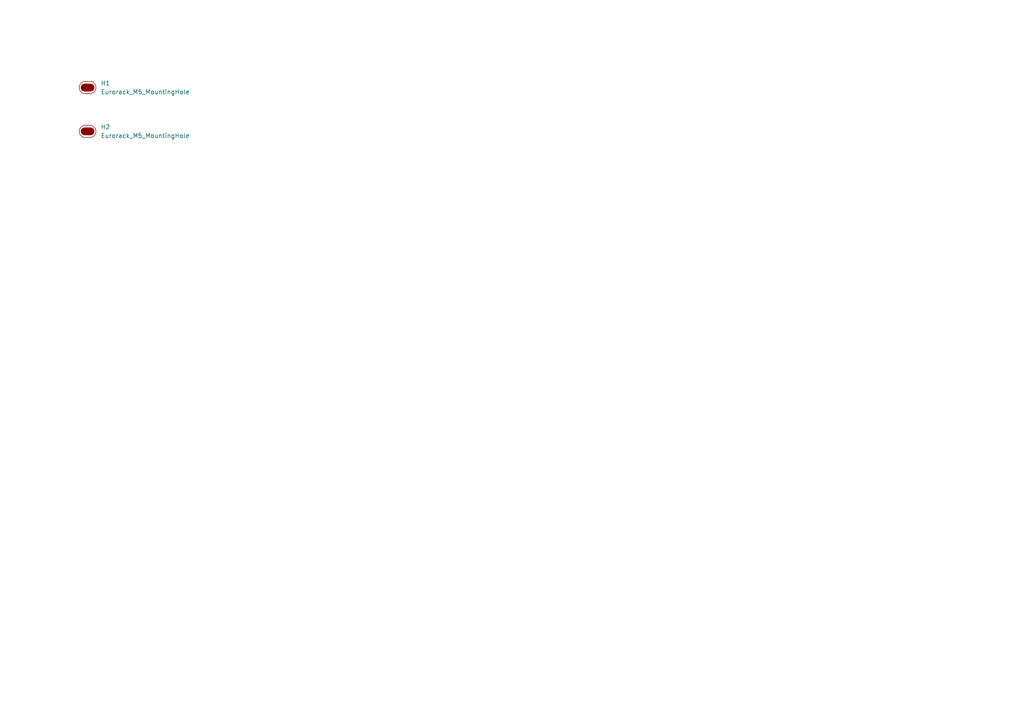
<source format=kicad_sch>
(kicad_sch (version 20250114) (generator "eeschema") (generator_version "9.0")
  (paper "A4")
  (lib_symbols
    (symbol "EXC:Eurorack_M5_MountingHole_Rail" (pin_names (offset 1.016))
      (property "Reference" "H" (at 0 5.08 0))
      (property "Value" "Eurorack_M5_MountingHole" (at 0 3.175 0))
      (symbol "Eurorack_M5_MountingHole_Rail_0_1"
        (circle (center -0.889 0) (radius 1.016) (fill (type outline)))
        (circle (center -0.762 0) (radius 1.016) (fill (type outline)))
        (circle (center -0.635 0) (radius 1.016) (fill (type outline)))
        (arc (start -0.635 -1.778) (mid -2.413 0) (end -0.635 1.778))
        (polyline (pts (xy -0.635 -1.778) (xy 0.635 -1.778)))
        (circle (center -0.508 0) (radius 1.016) (fill (type outline)))
        (circle (center -0.381 0) (radius 1.016) (fill (type outline)))
        (circle (center -0.254 0) (radius 1.016) (fill (type outline)))
        (circle (center -0.127 0) (radius 1.016) (fill (type outline)))
        (circle (center 0 0) (radius 1.016) (fill (type outline)))
        (circle (center 0.127 0) (radius 1.016) (fill (type outline)))
        (circle (center 0.254 0) (radius 1.016) (fill (type outline)))
        (circle (center 0.381 0) (radius 1.016) (fill (type outline)))
        (circle (center 0.508 0) (radius 1.016) (fill (type outline)))
        (polyline (pts (xy 0.635 1.778) (xy -0.635 1.778)))
        (arc (start 0.6141 1.778) (mid 2.4131 0) (end 0.6141 -1.778))
        (circle (center 0.635 0) (radius 1.016) (fill (type outline)))
        (circle (center 0.762 0) (radius 1.016) (fill (type outline)))
        (circle (center 0.889 0) (radius 1.016) (fill (type outline)))
      )
    )
  )
  (symbol (lib_id "EXC:Eurorack_M5_MountingHole_Rail") (at 25.4 38.1 0) (unit 1)
    (property "Reference" "H2" (at 29.21 36.8299 0) (effects (justify left)))
    (property "Value" "Eurorack_M5_MountingHole" (at 29.21 39.3699 0) (effects (justify left)))
    (property "Footprint" "EXC:MountingHole_5.2mm_M5" (effects (hide yes)))
    (property "Description" "Mounting Hole without connection" (effects (hide yes)))
  )
  (symbol (lib_id "EXC:Eurorack_M5_MountingHole_Rail") (at 25.4 25.4 0) (unit 1)
    (property "Reference" "H1" (at 29.21 24.1299 0) (effects (justify left)))
    (property "Value" "Eurorack_M5_MountingHole" (at 29.21 26.6699 0) (effects (justify left)))
    (property "Footprint" "EXC:MountingHole_5.2mm_M5" (effects (hide yes)))
    (property "Description" "Mounting Hole without connection" (effects (hide yes)))
  )
)
</source>
